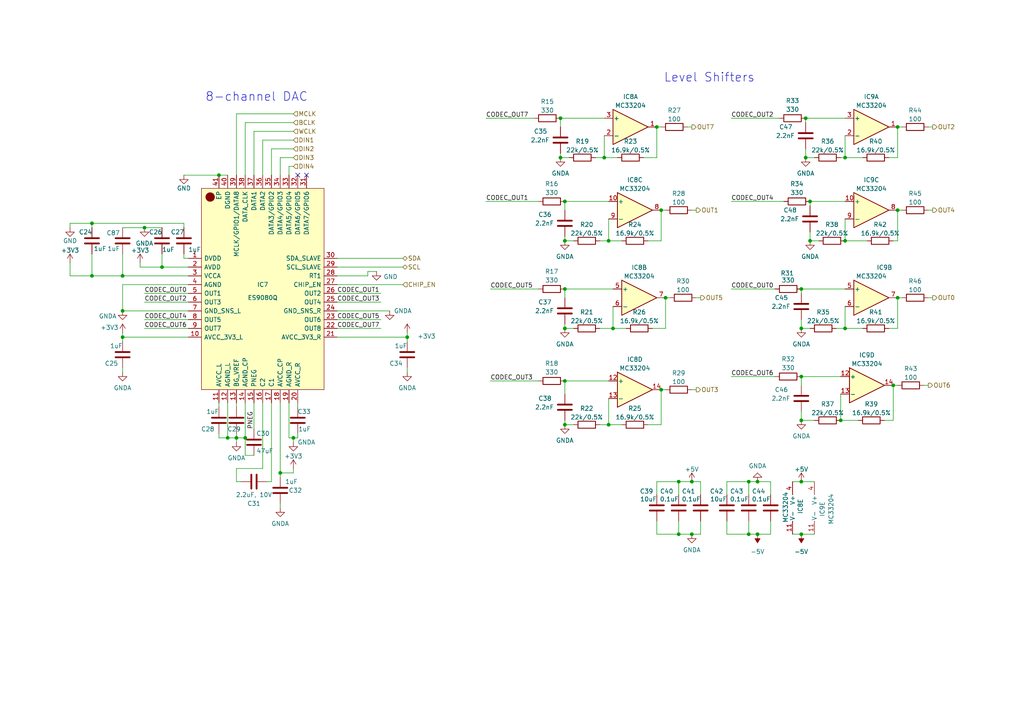
<source format=kicad_sch>
(kicad_sch (version 20250114) (generator "eeschema") (generator_version "9.0")
  (paper "A4")
  (lib_symbols
    (symbol "Amplifier_Operational:TL074" (pin_names (offset 0.127))
      (property "Reference" "U" (at 0 5.08 0))
      (property "Value" "TL074" (at 0 -5.08 0))
      (symbol "TL074_1_1"
        (polyline (pts (xy -5.08 5.08) (xy 5.08 0) (xy -5.08 -5.08) (xy -5.08 5.08)) (stroke (width 0.254)) (fill (type background)))
        (pin input line (at -7.62 2.54 0) (length 2.54) (name "+") (number "3"))
        (pin input line (at -7.62 -2.54 0) (length 2.54) (name "-") (number "2"))
        (pin output line (at 7.62 0 180) (length 2.54) (name "~") (number "1"))
      )
      (symbol "TL074_2_1"
        (polyline (pts (xy -5.08 5.08) (xy 5.08 0) (xy -5.08 -5.08) (xy -5.08 5.08)) (stroke (width 0.254)) (fill (type background)))
        (pin input line (at -7.62 2.54 0) (length 2.54) (name "+") (number "5"))
        (pin input line (at -7.62 -2.54 0) (length 2.54) (name "-") (number "6"))
        (pin output line (at 7.62 0 180) (length 2.54) (name "~") (number "7"))
      )
      (symbol "TL074_3_1"
        (polyline (pts (xy -5.08 5.08) (xy 5.08 0) (xy -5.08 -5.08) (xy -5.08 5.08)) (stroke (width 0.254)) (fill (type background)))
        (pin input line (at -7.62 2.54 0) (length 2.54) (name "+") (number "10"))
        (pin input line (at -7.62 -2.54 0) (length 2.54) (name "-") (number "9"))
        (pin output line (at 7.62 0 180) (length 2.54) (name "~") (number "8"))
      )
      (symbol "TL074_4_1"
        (polyline (pts (xy -5.08 5.08) (xy 5.08 0) (xy -5.08 -5.08) (xy -5.08 5.08)) (stroke (width 0.254)) (fill (type background)))
        (pin input line (at -7.62 2.54 0) (length 2.54) (name "+") (number "12"))
        (pin input line (at -7.62 -2.54 0) (length 2.54) (name "-") (number "13"))
        (pin output line (at 7.62 0 180) (length 2.54) (name "~") (number "14"))
      )
      (symbol "TL074_5_1"
        (pin power_in line (at -2.54 7.62 270) (length 3.81) (name "V+") (number "4"))
        (pin power_in line (at -2.54 -7.62 90) (length 3.81) (name "V-") (number "11"))
      )
    )
    (symbol "Bela:ES9080Q" (pin_names (offset 0.762))
      (property "Reference" "IC1" (at 1.2441 3.4333 0))
      (property "Value" "ES9080Q" (at 1.2441 0.6582 0))
      (symbol "ES9080Q_0_0"
        (pin power_out line (at -21.59 10.16 0) (length 3.81) (name "DVDD") (number "1"))
        (pin power_in line (at -21.59 7.62 0) (length 3.81) (name "AVDD") (number "2"))
        (pin power_in line (at -21.59 5.08 0) (length 3.81) (name "VCCA") (number "3"))
        (pin passive line (at -21.59 2.54 0) (length 3.81) (name "AGND") (number "4"))
        (pin output line (at -21.59 0 0) (length 3.81) (name "OUT1") (number "5"))
        (pin output line (at -21.59 -2.54 0) (length 3.81) (name "OUT3") (number "6"))
        (pin input line (at -21.59 -5.08 0) (length 3.81) (name "GND_SNS_L") (number "7"))
        (pin output line (at -21.59 -7.62 0) (length 3.81) (name "OUT5") (number "8"))
        (pin output line (at -21.59 -10.16 0) (length 3.81) (name "OUT7") (number "9"))
        (pin power_in line (at -21.59 -12.7 0) (length 3.81) (name "AVCC_3V3_L") (number "10"))
        (pin passive line (at -12.7 34.29 270) (length 3.81) (name "EP") (number "41"))
        (pin power_out line (at -12.7 -31.75 90) (length 3.81) (name "AVCC_L") (number "11"))
        (pin passive line (at -10.16 34.29 270) (length 3.81) (name "DGND") (number "40"))
        (pin passive line (at -10.16 -31.75 90) (length 3.81) (name "AGND_L") (number "12"))
        (pin bidirectional line (at -7.62 34.29 270) (length 3.81) (name "MCLK/GPIO1/DATA8") (number "39"))
        (pin output line (at -7.62 -31.75 90) (length 3.81) (name "BG_VREF") (number "13"))
        (pin input line (at -5.08 34.29 270) (length 3.81) (name "DATA_CLK") (number "38"))
        (pin passive line (at -5.08 -31.75 90) (length 3.81) (name "AGND_CP") (number "14"))
        (pin bidirectional line (at -2.54 34.29 270) (length 3.81) (name "DATA1") (number "37"))
        (pin power_out line (at -2.54 -31.75 90) (length 3.81) (name "PNEG") (number "15"))
        (pin bidirectional line (at 0 34.29 270) (length 3.81) (name "DATA2") (number "36"))
        (pin passive line (at 0 -31.75 90) (length 3.81) (name "C2") (number "16"))
        (pin bidirectional line (at 2.54 34.29 270) (length 3.81) (name "DATA3/GPIO2") (number "35"))
        (pin passive line (at 2.54 -31.75 90) (length 3.81) (name "C1") (number "17"))
        (pin bidirectional line (at 5.08 34.29 270) (length 3.81) (name "DATA4/GPIO3") (number "34"))
        (pin power_in line (at 5.08 -31.75 90) (length 3.81) (name "AVCC_CP") (number "18"))
        (pin bidirectional line (at 7.62 34.29 270) (length 3.81) (name "DATA5/GPIO4") (number "33"))
        (pin power_out line (at 7.62 -31.75 90) (length 3.81) (name "AGND_R") (number "19"))
        (pin bidirectional line (at 10.16 34.29 270) (length 3.81) (name "DATA6/GPIO5") (number "32"))
        (pin power_out line (at 10.16 -31.75 90) (length 3.81) (name "AVCC_R") (number "20"))
        (pin bidirectional line (at 12.7 34.29 270) (length 3.81) (name "DATA7/GPIO6") (number "31"))
        (pin bidirectional line (at 21.59 10.16 180) (length 3.81) (name "SDA_SLAVE") (number "30"))
        (pin bidirectional line (at 21.59 7.62 180) (length 3.81) (name "SCL_SLAVE") (number "29"))
        (pin power_out line (at 21.59 5.08 180) (length 3.81) (name "RT1") (number "28"))
        (pin bidirectional line (at 21.59 2.54 180) (length 3.81) (name "CHIP_EN") (number "27"))
        (pin output line (at 21.59 0 180) (length 3.81) (name "OUT2") (number "26"))
        (pin output line (at 21.59 -2.54 180) (length 3.81) (name "OUT4") (number "25"))
        (pin input line (at 21.59 -5.08 180) (length 3.81) (name "GND_SNS_R") (number "24"))
        (pin output line (at 21.59 -7.62 180) (length 3.81) (name "OUT6") (number "23"))
        (pin output line (at 21.59 -10.16 180) (length 3.81) (name "OUT8") (number "22"))
        (pin power_in line (at 21.59 -12.7 180) (length 3.81) (name "AVCC_3V3_R") (number "21"))
      )
      (symbol "ES9080Q_0_1"
        (circle (center -15.24 27.94) (radius 1.27) (fill (type outline)))
      )
      (symbol "ES9080Q_1_1"
        (polyline (pts (xy -17.78 30.48) (xy 17.78 30.48) (xy 17.78 -27.94) (xy -17.78 -27.94) (xy -17.78 30.48)) (stroke (width 0.1524)) (fill (type background)))
      )
    )
    (symbol "Device:C" (pin_numbers (hide yes)) (pin_names (offset 0.254))
      (property "Reference" "C" (at 0.635 2.54 0))
      (property "Value" "C" (at 0.635 -2.54 0))
      (symbol "C_0_1"
        (polyline (pts (xy -2.032 0.762) (xy 2.032 0.762)) (stroke (width 0.508)))
        (polyline (pts (xy -2.032 -0.762) (xy 2.032 -0.762)) (stroke (width 0.508)))
      )
      (symbol "C_1_1"
        (pin passive line (at 0 3.81 270) (length 2.794) (name "~") (number "1"))
        (pin passive line (at 0 -3.81 90) (length 2.794) (name "~") (number "2"))
      )
    )
    (symbol "Device:R" (pin_numbers (hide yes)) (pin_names (offset 0))
      (property "Reference" "R" (at 2.032 0 90))
      (property "Value" "R" (at 0 0 90))
      (symbol "R_0_1"
        (rectangle (start -1.016 -2.54) (end 1.016 2.54) (stroke (width 0.254)))
      )
      (symbol "R_1_1"
        (pin passive line (at 0 3.81 270) (length 1.27) (name "~") (number "1"))
        (pin passive line (at 0 -3.81 90) (length 1.27) (name "~") (number "2"))
      )
    )
    (symbol "power:+3V3" (power) (pin_names (offset 0))
      (property "Value" "+3V3" (at 0 3.556 0))
      (symbol "+3V3_0_1"
        (polyline (pts (xy -0.762 1.27) (xy 0 2.54)))
        (polyline (pts (xy 0 2.54) (xy 0.762 1.27)))
        (polyline (pts (xy 0 0) (xy 0 2.54)))
      )
      (symbol "+3V3_1_1"
        (pin power_in line (at 0 0 90) (length 0) (hide yes) (name "+3V3") (number "1"))
      )
    )
    (symbol "power:+5V" (power) (pin_names (offset 0))
      (property "Value" "+5V" (at 0 3.556 0))
      (symbol "+5V_0_1"
        (polyline (pts (xy -0.762 1.27) (xy 0 2.54)))
        (polyline (pts (xy 0 2.54) (xy 0.762 1.27)))
        (polyline (pts (xy 0 0) (xy 0 2.54)))
      )
      (symbol "+5V_1_1"
        (pin power_in line (at 0 0 90) (length 0) (hide yes) (name "+5V") (number "1"))
      )
    )
    (symbol "power:-5V" (power) (pin_numbers (hide yes)) (pin_names (offset 0) (hide yes))
      (property "Value" "-5V" (at 0 3.556 0))
      (symbol "-5V_0_0"
        (pin power_in line (at 0 0 90) (length 0) (name "~") (number "1"))
      )
      (symbol "-5V_0_1"
        (polyline (pts (xy 0 0) (xy 0 1.27) (xy 0.762 1.27) (xy 0 2.54) (xy -0.762 1.27) (xy 0 1.27)) (fill (type outline)))
      )
    )
    (symbol "power:GND" (power) (pin_names (offset 0))
      (property "Value" "GND" (at 0 -3.81 0))
      (symbol "GND_0_1"
        (polyline (pts (xy 0 0) (xy 0 -1.27) (xy 1.27 -1.27) (xy 0 -2.54) (xy -1.27 -1.27) (xy 0 -1.27)))
      )
      (symbol "GND_1_1"
        (pin power_in line (at 0 0 270) (length 0) (hide yes) (name "GND") (number "1"))
      )
    )
    (symbol "power:GNDA" (power) (pin_names (offset 0))
      (property "Value" "GNDA" (at 0 -3.81 0))
      (symbol "GNDA_0_1"
        (polyline (pts (xy 0 0) (xy 0 -1.27) (xy 1.27 -1.27) (xy 0 -2.54) (xy -1.27 -1.27) (xy 0 -1.27)))
      )
      (symbol "GNDA_1_1"
        (pin power_in line (at 0 0 270) (length 0) (hide yes) (name "GNDA") (number "1"))
      )
    )
  )
  (text "Level Shifters" (at 205.74 22.606 0) (effects (font (size 2.54 2.54))))
  (text "8-channel DAC" (at 74.422 28.194 0) (effects (font (size 2.54 2.54))))
  (junction (at 163.83 69.85))
  (junction (at 118.11 97.79))
  (junction (at 175.26 45.72))
  (junction (at 163.83 58.42))
  (junction (at 232.41 83.82))
  (junction (at 190.5 36.83))
  (junction (at 245.11 69.85))
  (junction (at 196.85 139.7))
  (junction (at 26.67 64.77))
  (junction (at 176.53 123.19))
  (junction (at 63.5 50.8))
  (junction (at 163.83 95.25))
  (junction (at 35.56 80.01))
  (junction (at 177.8 95.25))
  (junction (at 217.17 154.94))
  (junction (at 176.53 69.85))
  (junction (at 68.58 127))
  (junction (at 232.41 139.7))
  (junction (at 81.28 137.16))
  (junction (at 260.35 36.83))
  (junction (at 196.85 154.94))
  (junction (at 193.04 86.36))
  (junction (at 232.41 95.25))
  (junction (at 200.66 154.94))
  (junction (at 234.95 58.42))
  (junction (at 163.83 83.82))
  (junction (at 245.11 95.25))
  (junction (at 219.71 154.94))
  (junction (at 232.41 154.94))
  (junction (at 35.56 97.79))
  (junction (at 219.71 139.7))
  (junction (at 232.41 121.92))
  (junction (at 163.83 123.19))
  (junction (at 41.91 66.04))
  (junction (at 26.67 80.01))
  (junction (at 191.77 113.03))
  (junction (at 46.99 77.47))
  (junction (at 259.08 111.76))
  (junction (at 191.77 60.96))
  (junction (at 217.17 139.7))
  (junction (at 163.83 110.49))
  (junction (at 233.68 34.29))
  (junction (at 71.12 127))
  (junction (at 245.11 45.72))
  (junction (at 260.35 86.36))
  (junction (at 233.68 45.72))
  (junction (at 162.56 45.72))
  (junction (at 260.35 60.96))
  (junction (at 200.66 139.7))
  (junction (at 232.41 109.22))
  (junction (at 66.04 127))
  (junction (at 162.56 34.29))
  (junction (at 35.56 90.17))
  (junction (at 243.84 121.92))
  (junction (at 234.95 69.85))
  (junction (at 85.09 127))
  (no_connect (at 88.9 50.8))
  (no_connect (at 86.36 50.8))
  (wire (pts (xy 245.11 69.85) (xy 251.46 69.85)))
  (wire (pts (xy 212.09 58.42) (xy 227.33 58.42)))
  (wire (pts (xy 229.87 139.7) (xy 232.41 139.7)))
  (wire (pts (xy 260.35 36.83) (xy 261.62 36.83)))
  (wire (pts (xy 200.66 139.7) (xy 196.85 139.7)))
  (wire (pts (xy 243.84 114.3) (xy 243.84 121.92)))
  (wire (pts (xy 191.77 123.19) (xy 191.77 113.03)))
  (wire (pts (xy 85.09 38.1) (xy 73.66 38.1)))
  (wire (pts (xy 76.2 116.84) (xy 76.2 135.89)))
  (wire (pts (xy 35.56 96.52) (xy 35.56 97.79)))
  (wire (pts (xy 68.58 127) (xy 68.58 125.73)))
  (wire (pts (xy 186.69 45.72) (xy 190.5 45.72)))
  (wire (pts (xy 245.11 88.9) (xy 245.11 95.25)))
  (wire (pts (xy 66.04 116.84) (xy 66.04 127)))
  (wire (pts (xy 20.32 76.2) (xy 20.32 80.01)))
  (wire (pts (xy 173.99 123.19) (xy 176.53 123.19)))
  (wire (pts (xy 201.93 60.96) (xy 200.66 60.96)))
  (wire (pts (xy 163.83 58.42) (xy 176.53 58.42)))
  (wire (pts (xy 162.56 34.29) (xy 162.56 36.83)))
  (wire (pts (xy 53.34 50.8) (xy 63.5 50.8)))
  (wire (pts (xy 78.74 116.84) (xy 78.74 139.7)))
  (wire (pts (xy 259.08 69.85) (xy 260.35 69.85)))
  (wire (pts (xy 175.26 39.37) (xy 175.26 45.72)))
  (wire (pts (xy 86.36 127) (xy 86.36 125.73)))
  (wire (pts (xy 71.12 35.56) (xy 71.12 50.8)))
  (wire (pts (xy 46.99 73.66) (xy 46.99 77.47)))
  (wire (pts (xy 257.81 45.72) (xy 260.35 45.72)))
  (wire (pts (xy 71.12 132.08) (xy 73.66 132.08)))
  (wire (pts (xy 78.74 43.18) (xy 78.74 50.8)))
  (wire (pts (xy 97.79 77.47) (xy 116.84 77.47)))
  (wire (pts (xy 210.82 154.94) (xy 210.82 151.13)))
  (wire (pts (xy 232.41 109.22) (xy 232.41 111.76)))
  (wire (pts (xy 35.56 73.66) (xy 35.56 80.01)))
  (wire (pts (xy 176.53 115.57) (xy 176.53 123.19)))
  (wire (pts (xy 26.67 64.77) (xy 53.34 64.77)))
  (wire (pts (xy 232.41 121.92) (xy 236.22 121.92)))
  (wire (pts (xy 270.51 60.96) (xy 269.24 60.96)))
  (wire (pts (xy 234.95 67.31) (xy 234.95 69.85)))
  (wire (pts (xy 256.54 121.92) (xy 259.08 121.92)))
  (wire (pts (xy 175.26 45.72) (xy 179.07 45.72)))
  (wire (pts (xy 85.09 43.18) (xy 78.74 43.18)))
  (wire (pts (xy 163.83 58.42) (xy 163.83 60.96)))
  (wire (pts (xy 40.64 76.2) (xy 40.64 77.47)))
  (wire (pts (xy 203.2 154.94) (xy 200.66 154.94)))
  (wire (pts (xy 85.09 48.26) (xy 83.82 48.26)))
  (wire (pts (xy 210.82 143.51) (xy 210.82 139.7)))
  (wire (pts (xy 191.77 113.03) (xy 193.04 113.03)))
  (wire (pts (xy 212.09 109.22) (xy 224.79 109.22)))
  (wire (pts (xy 232.41 154.94) (xy 236.22 154.94)))
  (wire (pts (xy 40.64 77.47) (xy 46.99 77.47)))
  (wire (pts (xy 85.09 35.56) (xy 71.12 35.56)))
  (wire (pts (xy 242.57 95.25) (xy 245.11 95.25)))
  (wire (pts (xy 53.34 73.66) (xy 53.34 74.93)))
  (wire (pts (xy 97.79 95.25) (xy 110.49 95.25)))
  (wire (pts (xy 201.93 113.03) (xy 200.66 113.03)))
  (wire (pts (xy 76.2 135.89) (xy 68.58 135.89)))
  (wire (pts (xy 232.41 139.7) (xy 236.22 139.7)))
  (wire (pts (xy 68.58 33.02) (xy 85.09 33.02)))
  (wire (pts (xy 234.95 58.42) (xy 234.95 59.69)))
  (wire (pts (xy 234.95 69.85) (xy 237.49 69.85)))
  (wire (pts (xy 259.08 121.92) (xy 259.08 111.76)))
  (wire (pts (xy 85.09 135.89) (xy 85.09 137.16)))
  (wire (pts (xy 163.83 83.82) (xy 177.8 83.82)))
  (wire (pts (xy 68.58 128.27) (xy 68.58 127)))
  (wire (pts (xy 142.24 83.82) (xy 156.21 83.82)))
  (wire (pts (xy 63.5 50.8) (xy 66.04 50.8)))
  (wire (pts (xy 35.56 90.17) (xy 54.61 90.17)))
  (wire (pts (xy 260.35 95.25) (xy 260.35 86.36)))
  (wire (pts (xy 97.79 90.17) (xy 113.03 90.17)))
  (wire (pts (xy 41.91 66.04) (xy 46.99 66.04)))
  (wire (pts (xy 176.53 69.85) (xy 180.34 69.85)))
  (wire (pts (xy 81.28 116.84) (xy 81.28 137.16)))
  (wire (pts (xy 193.04 86.36) (xy 194.31 86.36)))
  (wire (pts (xy 176.53 63.5) (xy 176.53 69.85)))
  (wire (pts (xy 245.11 63.5) (xy 245.11 69.85)))
  (wire (pts (xy 163.83 123.19) (xy 166.37 123.19)))
  (wire (pts (xy 232.41 92.71) (xy 232.41 95.25)))
  (wire (pts (xy 85.09 128.27) (xy 85.09 127)))
  (wire (pts (xy 63.5 118.11) (xy 63.5 116.84)))
  (wire (pts (xy 86.36 118.11) (xy 86.36 116.84)))
  (wire (pts (xy 20.32 80.01) (xy 26.67 80.01)))
  (wire (pts (xy 217.17 154.94) (xy 219.71 154.94)))
  (wire (pts (xy 232.41 119.38) (xy 232.41 121.92)))
  (wire (pts (xy 68.58 139.7) (xy 69.85 139.7)))
  (wire (pts (xy 35.56 82.55) (xy 54.61 82.55)))
  (wire (pts (xy 210.82 139.7) (xy 217.17 139.7)))
  (wire (pts (xy 97.79 82.55) (xy 116.84 82.55)))
  (wire (pts (xy 245.11 45.72) (xy 250.19 45.72)))
  (wire (pts (xy 140.97 58.42) (xy 156.21 58.42)))
  (wire (pts (xy 35.56 80.01) (xy 54.61 80.01)))
  (wire (pts (xy 190.5 154.94) (xy 190.5 151.13)))
  (wire (pts (xy 177.8 88.9) (xy 177.8 95.25)))
  (wire (pts (xy 163.83 83.82) (xy 163.83 86.36)))
  (wire (pts (xy 163.83 110.49) (xy 176.53 110.49)))
  (wire (pts (xy 85.09 45.72) (xy 81.28 45.72)))
  (wire (pts (xy 210.82 154.94) (xy 217.17 154.94)))
  (wire (pts (xy 217.17 139.7) (xy 217.17 143.51)))
  (wire (pts (xy 163.83 93.98) (xy 163.83 95.25)))
  (wire (pts (xy 41.91 92.71) (xy 54.61 92.71)))
  (wire (pts (xy 173.99 95.25) (xy 177.8 95.25)))
  (wire (pts (xy 53.34 74.93) (xy 54.61 74.93)))
  (wire (pts (xy 232.41 83.82) (xy 245.11 83.82)))
  (wire (pts (xy 196.85 139.7) (xy 196.85 143.51)))
  (wire (pts (xy 234.95 58.42) (xy 245.11 58.42)))
  (wire (pts (xy 20.32 64.77) (xy 26.67 64.77)))
  (wire (pts (xy 71.12 127) (xy 71.12 132.08)))
  (wire (pts (xy 229.87 154.94) (xy 232.41 154.94)))
  (wire (pts (xy 118.11 106.68) (xy 118.11 107.95)))
  (wire (pts (xy 41.91 95.25) (xy 54.61 95.25)))
  (wire (pts (xy 245.11 39.37) (xy 245.11 45.72)))
  (wire (pts (xy 173.99 69.85) (xy 176.53 69.85)))
  (wire (pts (xy 233.68 43.18) (xy 233.68 45.72)))
  (wire (pts (xy 200.66 154.94) (xy 196.85 154.94)))
  (wire (pts (xy 233.68 45.72) (xy 236.22 45.72)))
  (wire (pts (xy 97.79 87.63) (xy 110.49 87.63)))
  (wire (pts (xy 63.5 127) (xy 63.5 125.73)))
  (wire (pts (xy 176.53 123.19) (xy 180.34 123.19)))
  (wire (pts (xy 106.68 80.01) (xy 106.68 78.74)))
  (wire (pts (xy 257.81 95.25) (xy 260.35 95.25)))
  (wire (pts (xy 73.66 116.84) (xy 73.66 124.46)))
  (wire (pts (xy 81.28 137.16) (xy 81.28 138.43)))
  (wire (pts (xy 106.68 78.74) (xy 109.22 78.74)))
  (wire (pts (xy 46.99 77.47) (xy 54.61 77.47)))
  (wire (pts (xy 260.35 45.72) (xy 260.35 36.83)))
  (wire (pts (xy 83.82 127) (xy 85.09 127)))
  (wire (pts (xy 189.23 95.25) (xy 193.04 95.25)))
  (wire (pts (xy 177.8 95.25) (xy 181.61 95.25)))
  (wire (pts (xy 118.11 97.79) (xy 118.11 99.06)))
  (wire (pts (xy 66.04 127) (xy 63.5 127)))
  (wire (pts (xy 81.28 45.72) (xy 81.28 50.8)))
  (wire (pts (xy 269.24 111.76) (xy 267.97 111.76)))
  (wire (pts (xy 190.5 36.83) (xy 191.77 36.83)))
  (wire (pts (xy 35.56 99.06) (xy 35.56 97.79)))
  (wire (pts (xy 203.2 86.36) (xy 201.93 86.36)))
  (wire (pts (xy 203.2 154.94) (xy 203.2 151.13)))
  (wire (pts (xy 162.56 34.29) (xy 175.26 34.29)))
  (wire (pts (xy 20.32 66.04) (xy 20.32 64.77)))
  (wire (pts (xy 219.71 154.94) (xy 223.52 154.94)))
  (wire (pts (xy 26.67 73.66) (xy 26.67 80.01)))
  (wire (pts (xy 232.41 83.82) (xy 232.41 85.09)))
  (wire (pts (xy 35.56 82.55) (xy 35.56 90.17)))
  (wire (pts (xy 81.28 147.32) (xy 81.28 146.05)))
  (wire (pts (xy 162.56 45.72) (xy 165.1 45.72)))
  (wire (pts (xy 68.58 135.89) (xy 68.58 139.7)))
  (wire (pts (xy 41.91 87.63) (xy 54.61 87.63)))
  (wire (pts (xy 243.84 45.72) (xy 245.11 45.72)))
  (wire (pts (xy 259.08 111.76) (xy 260.35 111.76)))
  (wire (pts (xy 73.66 38.1) (xy 73.66 50.8)))
  (wire (pts (xy 26.67 64.77) (xy 26.67 66.04)))
  (wire (pts (xy 142.24 110.49) (xy 156.21 110.49)))
  (wire (pts (xy 68.58 127) (xy 71.12 127)))
  (wire (pts (xy 191.77 60.96) (xy 193.04 60.96)))
  (wire (pts (xy 85.09 40.64) (xy 76.2 40.64)))
  (wire (pts (xy 243.84 121.92) (xy 248.92 121.92)))
  (wire (pts (xy 35.56 66.04) (xy 41.91 66.04)))
  (wire (pts (xy 260.35 86.36) (xy 261.62 86.36)))
  (wire (pts (xy 212.09 83.82) (xy 224.79 83.82)))
  (wire (pts (xy 66.04 127) (xy 68.58 127)))
  (wire (pts (xy 193.04 95.25) (xy 193.04 86.36)))
  (wire (pts (xy 97.79 74.93) (xy 116.84 74.93)))
  (wire (pts (xy 97.79 85.09) (xy 110.49 85.09)))
  (wire (pts (xy 233.68 34.29) (xy 245.11 34.29)))
  (wire (pts (xy 35.56 106.68) (xy 35.56 107.95)))
  (wire (pts (xy 97.79 92.71) (xy 110.49 92.71)))
  (wire (pts (xy 140.97 34.29) (xy 154.94 34.29)))
  (wire (pts (xy 223.52 139.7) (xy 223.52 143.51)))
  (wire (pts (xy 83.82 116.84) (xy 83.82 127)))
  (wire (pts (xy 190.5 139.7) (xy 196.85 139.7)))
  (wire (pts (xy 270.51 86.36) (xy 269.24 86.36)))
  (wire (pts (xy 187.96 123.19) (xy 191.77 123.19)))
  (wire (pts (xy 53.34 64.77) (xy 53.34 66.04)))
  (wire (pts (xy 76.2 40.64) (xy 76.2 50.8)))
  (wire (pts (xy 97.79 80.01) (xy 106.68 80.01)))
  (wire (pts (xy 35.56 97.79) (xy 54.61 97.79)))
  (wire (pts (xy 196.85 154.94) (xy 196.85 151.13)))
  (wire (pts (xy 163.83 69.85) (xy 166.37 69.85)))
  (wire (pts (xy 245.11 95.25) (xy 250.19 95.25)))
  (wire (pts (xy 190.5 45.72) (xy 190.5 36.83)))
  (wire (pts (xy 163.83 121.92) (xy 163.83 123.19)))
  (wire (pts (xy 203.2 139.7) (xy 200.66 139.7)))
  (wire (pts (xy 190.5 154.94) (xy 196.85 154.94)))
  (wire (pts (xy 223.52 154.94) (xy 223.52 151.13)))
  (wire (pts (xy 163.83 95.25) (xy 166.37 95.25)))
  (wire (pts (xy 217.17 139.7) (xy 219.71 139.7)))
  (wire (pts (xy 71.12 116.84) (xy 71.12 127)))
  (wire (pts (xy 163.83 110.49) (xy 163.83 114.3)))
  (wire (pts (xy 233.68 34.29) (xy 233.68 35.56)))
  (wire (pts (xy 118.11 97.79) (xy 97.79 97.79)))
  (wire (pts (xy 83.82 48.26) (xy 83.82 50.8)))
  (wire (pts (xy 187.96 69.85) (xy 191.77 69.85)))
  (wire (pts (xy 212.09 34.29) (xy 226.06 34.29)))
  (wire (pts (xy 232.41 95.25) (xy 234.95 95.25)))
  (wire (pts (xy 191.77 69.85) (xy 191.77 60.96)))
  (wire (pts (xy 26.67 80.01) (xy 35.56 80.01)))
  (wire (pts (xy 199.39 36.83) (xy 200.66 36.83)))
  (wire (pts (xy 81.28 137.16) (xy 85.09 137.16)))
  (wire (pts (xy 41.91 85.09) (xy 54.61 85.09)))
  (wire (pts (xy 162.56 44.45) (xy 162.56 45.72)))
  (wire (pts (xy 172.72 45.72) (xy 175.26 45.72)))
  (wire (pts (xy 260.35 60.96) (xy 261.62 60.96)))
  (wire (pts (xy 68.58 118.11) (xy 68.58 116.84)))
  (wire (pts (xy 219.71 139.7) (xy 223.52 139.7)))
  (wire (pts (xy 217.17 154.94) (xy 217.17 151.13)))
  (wire (pts (xy 68.58 33.02) (xy 68.58 50.8)))
  (wire (pts (xy 85.09 127) (xy 86.36 127)))
  (wire (pts (xy 270.51 36.83) (xy 269.24 36.83)))
  (wire (pts (xy 260.35 69.85) (xy 260.35 60.96)))
  (wire (pts (xy 190.5 143.51) (xy 190.5 139.7)))
  (wire (pts (xy 78.74 139.7) (xy 77.47 139.7)))
  (wire (pts (xy 232.41 109.22) (xy 243.84 109.22)))
  (wire (pts (xy 118.11 96.52) (xy 118.11 97.79)))
  (wire (pts (xy 163.83 68.58) (xy 163.83 69.85)))
  (wire (pts (xy 203.2 139.7) (xy 203.2 143.51)))
  (label "PNEG" (at 73.66 124.46 90))
  (label "CODEC_OUT0" (at 212.09 83.82 0))
  (label "CODEC_OUT4" (at 41.91 92.71 0))
  (label "CODEC_OUT6" (at 212.09 109.22 0))
  (label "CODEC_OUT1" (at 97.79 85.09 0))
  (label "CODEC_OUT1" (at 140.97 58.42 0))
  (label "CODEC_OUT0" (at 41.91 85.09 0))
  (label "CODEC_OUT7" (at 140.97 34.29 0))
  (label "CODEC_OUT7" (at 97.79 95.25 0))
  (label "CODEC_OUT2" (at 41.91 87.63 0))
  (label "CODEC_OUT6" (at 41.91 95.25 0))
  (label "CODEC_OUT5" (at 142.24 83.82 0))
  (label "CODEC_OUT2" (at 212.09 34.29 0))
  (label "CODEC_OUT3" (at 142.24 110.49 0))
  (label "CODEC_OUT4" (at 212.09 58.42 0))
  (label "CODEC_OUT3" (at 97.79 87.63 0))
  (label "CODEC_OUT5" (at 97.79 92.71 0))
  (hierarchical_label "MCLK" (shape input) (at 85.09 33.02 0))
  (hierarchical_label "OUT0" (shape output) (at 270.51 86.36 0))
  (hierarchical_label "DIN1" (shape input) (at 85.09 40.64 0))
  (hierarchical_label "CHIP_EN" (shape input) (at 116.84 82.55 0))
  (hierarchical_label "OUT4" (shape output) (at 270.51 60.96 0))
  (hierarchical_label "OUT7" (shape output) (at 200.66 36.83 0))
  (hierarchical_label "SCL" (shape bidirectional) (at 116.84 77.47 0))
  (hierarchical_label "OUT2" (shape output) (at 270.51 36.83 0))
  (hierarchical_label "DIN3" (shape input) (at 85.09 45.72 0))
  (hierarchical_label "OUT5" (shape output) (at 203.2 86.36 0))
  (hierarchical_label "OUT3" (shape output) (at 201.93 113.03 0))
  (hierarchical_label "OUT6" (shape output) (at 269.24 111.76 0))
  (hierarchical_label "DIN4" (shape input) (at 85.09 48.26 0))
  (hierarchical_label "OUT1" (shape output) (at 201.93 60.96 0))
  (hierarchical_label "DIN2" (shape input) (at 85.09 43.18 0))
  (hierarchical_label "BCLK" (shape input) (at 85.09 35.56 0))
  (hierarchical_label "SDA" (shape bidirectional) (at 116.84 74.93 0))
  (hierarchical_label "WCLK" (shape input) (at 85.09 38.1 0))
  (symbol (lib_id "Device:C") (at 53.34 69.85 0) (unit 1)
    (property "Reference" "C27" (at 49.53 67.31 0) (effects (justify left)))
    (property "Value" "1uF" (at 54.61 72.39 0) (effects (justify left)))
    (property "Footprint" "Capacitor_SMD:C_0402_1005Metric" (effects (hide yes)))
    (property "manf#" "CL10A105KP8NNND" (effects (hide yes)))
  )
  (symbol (lib_id "Device:C") (at 46.99 69.85 0) (unit 1)
    (property "Reference" "C26" (at 43.18 67.31 0) (effects (justify left)))
    (property "Value" "1uF" (at 46.99 72.39 0) (effects (justify left)))
    (property "Footprint" "Capacitor_SMD:C_0402_1005Metric" (effects (hide yes)))
    (property "manf#" "CL10A105KP8NNND" (effects (hide yes)))
  )
  (symbol (lib_id "Device:R") (at 265.43 36.83 90) (unit 1)
    (property "Reference" "R44" (at 265.43 32.004 90))
    (property "Value" "100" (at 265.43 34.544 90))
    (property "Footprint" "Resistor_SMD:R_0402_1005Metric" (effects (hide yes)))
  )
  (symbol (lib_id "power:-5V") (at 219.71 154.94 180) (unit 1)
    (property "Reference" "#PWR0127" (effects (hide yes)))
    (property "Value" "-5V" (at 219.71 160.02 0))
    (property "Description" "Power symbol creates a global label with name \"-5V\"" (effects (hide yes)))
  )
  (symbol (lib_id "Amplifier_Operational:TL074") (at 184.15 113.03 0) (unit 4)
    (property "Reference" "IC8" (at 184.15 104.2502 0))
    (property "Value" "MC33204" (at 184.15 106.7871 0))
    (property "Footprint" "Package_SO:TSSOP-14_4.4x5mm_P0.65mm" (effects (hide yes)))
    (property "Datasheet" "http://www.ti.com/lit/ds/symlink/tl071.pdf" (effects (hide yes)))
  )
  (symbol (lib_id "Device:C") (at 210.82 147.32 180) (unit 1)
    (property "Reference" "C42" (at 209.804 142.494 0) (effects (justify left)))
    (property "Value" "10uF" (at 210.82 144.78 0) (effects (justify left)))
    (property "Footprint" "Capacitor_SMD:C_0603_1608Metric" (effects (hide yes)))
    (property "manf#" "CL10A105KP8NNND" (effects (hide yes)))
  )
  (symbol (lib_id "Device:R") (at 170.18 95.25 90) (unit 1)
    (property "Reference" "R21" (at 170.18 90.5342 90))
    (property "Value" "22k/0.5%" (at 170.18 93.0711 90))
    (property "Footprint" "Resistor_SMD:R_0402_1005Metric" (effects (hide yes)))
  )
  (symbol (lib_id "Device:C") (at 162.56 40.64 180) (unit 1)
    (property "Reference" "C35" (at 158.75 38.1 0) (effects (justify left)))
    (property "Value" "2.2nF" (at 159.385 40.64 0) (effects (justify left)))
    (property "Footprint" "Capacitor_SMD:C_0402_1005Metric" (effects (hide yes)))
    (property "manf#" "CL10A105KP8NNND" (effects (hide yes)))
  )
  (symbol (lib_id "power:GNDA") (at 219.71 139.7 180) (unit 1)
    (property "Reference" "#PWR0126" (effects (hide yes)))
    (property "Value" "GNDA" (at 219.71 135.1375 0))
  )
  (symbol (lib_id "Device:C") (at 232.41 88.9 180) (unit 1)
    (property "Reference" "C45" (at 228.6 86.36 0) (effects (justify left)))
    (property "Value" "2.2nF" (at 229.235 88.9 0) (effects (justify left)))
    (property "Footprint" "Capacitor_SMD:C_0402_1005Metric" (effects (hide yes)))
    (property "manf#" "CL10A105KP8NNND" (effects (hide yes)))
  )
  (symbol (lib_id "Device:C") (at 203.2 147.32 180) (unit 1)
    (property "Reference" "C41" (at 201.676 142.494 0) (effects (justify left)))
    (property "Value" "0.1uF" (at 203.2 144.78 0) (effects (justify left)))
    (property "Footprint" "Capacitor_SMD:C_0402_1005Metric" (effects (hide yes)))
    (property "manf#" "CL10A105KP8NNND" (effects (hide yes)))
  )
  (symbol (lib_id "power:GNDA") (at 41.91 66.04 0) (unit 1)
    (property "Reference" "#PWR0110" (effects (hide yes)))
    (property "Value" "GNDA" (at 41.91 70.6025 0))
  )
  (symbol (lib_id "Device:C") (at 35.56 69.85 180) (unit 1)
    (property "Reference" "C87" (at 34.798 67.564 0) (effects (justify left)))
    (property "Value" "1uF" (at 34.798 72.136 0) (effects (justify left)))
    (property "Footprint" "Capacitor_SMD:C_0402_1005Metric" (effects (hide yes)))
    (property "manf#" "CL10A105KP8NNND" (effects (hide yes)))
  )
  (symbol (lib_id "Device:R") (at 229.87 34.29 90) (unit 1)
    (property "Reference" "R33" (at 229.87 29.21 90))
    (property "Value" "330" (at 229.87 31.75 90))
    (property "Footprint" "Resistor_SMD:R_0402_1005Metric" (effects (hide yes)))
  )
  (symbol (lib_id "Device:R") (at 184.15 123.19 90) (unit 1)
    (property "Reference" "R25" (at 184.15 118.4742 90))
    (property "Value" "16.9k/0.5%" (at 184.15 121.0111 90))
    (property "Footprint" "Resistor_SMD:R_0402_1005Metric" (effects (hide yes)))
  )
  (symbol (lib_id "power:GND") (at 53.34 50.8 0) (mirror y) (unit 1)
    (property "Reference" "#PWR0111" (effects (hide yes)))
    (property "Value" "GND" (at 53.34 54.61 0))
  )
  (symbol (lib_id "Device:R") (at 196.85 60.96 90) (unit 1)
    (property "Reference" "R28" (at 196.85 56.134 90))
    (property "Value" "100" (at 196.85 58.674 90))
    (property "Footprint" "Resistor_SMD:R_0402_1005Metric" (effects (hide yes)))
  )
  (symbol (lib_id "Device:R") (at 196.85 113.03 90) (unit 1)
    (property "Reference" "R29" (at 196.85 108.204 90))
    (property "Value" "100" (at 196.85 110.744 90))
    (property "Footprint" "Resistor_SMD:R_0402_1005Metric" (effects (hide yes)))
  )
  (symbol (lib_id "Amplifier_Operational:TL074") (at 252.73 36.83 0) (unit 1)
    (property "Reference" "IC9" (at 252.73 28.0502 0))
    (property "Value" "MC33204" (at 252.73 30.5871 0))
    (property "Footprint" "Package_SO:TSSOP-14_4.4x5mm_P0.65mm" (effects (hide yes)))
    (property "Datasheet" "http://www.ti.com/lit/ds/symlink/tl071.pdf" (effects (hide yes)))
  )
  (symbol (lib_id "Device:C") (at 68.58 121.92 180) (unit 1)
    (property "Reference" "C29" (at 69.85 124.46 0) (effects (justify left)))
    (property "Value" "4.7uF" (effects (hide yes)))
    (property "Footprint" "Capacitor_SMD:C_0603_1608Metric" (effects (hide yes)))
    (property "manf#" "CL10A475KQ8NNNL" (effects (hide yes)))
  )
  (symbol (lib_id "Device:C") (at 196.85 147.32 180) (unit 1)
    (property "Reference" "C40" (at 195.326 142.494 0) (effects (justify left)))
    (property "Value" "0.1uF" (at 196.85 144.78 0) (effects (justify left)))
    (property "Footprint" "Capacitor_SMD:C_0402_1005Metric" (effects (hide yes)))
    (property "manf#" "CL10A105KP8NNND" (effects (hide yes)))
  )
  (symbol (lib_id "Device:R") (at 228.6 83.82 90) (unit 1)
    (property "Reference" "R31" (at 228.346 79.248 90))
    (property "Value" "330" (at 228.6 81.28 90))
    (property "Footprint" "Resistor_SMD:R_0402_1005Metric" (effects (hide yes)))
  )
  (symbol (lib_id "Amplifier_Operational:TL074") (at 251.46 111.76 0) (unit 4)
    (property "Reference" "IC9" (at 251.46 102.9802 0))
    (property "Value" "MC33204" (at 251.46 105.5171 0))
    (property "Footprint" "Package_SO:TSSOP-14_4.4x5mm_P0.65mm" (effects (hide yes)))
    (property "Datasheet" "http://www.ti.com/lit/ds/symlink/tl071.pdf" (effects (hide yes)))
  )
  (symbol (lib_id "Device:R") (at 231.14 58.42 90) (unit 1)
    (property "Reference" "R34" (at 231.14 53.34 90))
    (property "Value" "330" (at 231.14 55.88 90))
    (property "Footprint" "Resistor_SMD:R_0402_1005Metric" (effects (hide yes)))
  )
  (symbol (lib_id "Device:R") (at 168.91 45.72 90) (unit 1)
    (property "Reference" "R19" (at 168.91 41.0042 90))
    (property "Value" "22k/0.5%" (at 168.91 43.5411 90))
    (property "Footprint" "Resistor_SMD:R_0402_1005Metric" (effects (hide yes)))
  )
  (symbol (lib_id "Amplifier_Operational:TL074") (at 238.76 147.32 0) (unit 5)
    (property "Reference" "IC9" (at 238.506 149.86 90) (effects (justify left)))
    (property "Value" "MC33204" (at 241.046 152.146 90) (effects (justify left)))
    (property "Footprint" "Package_SO:TSSOP-14_4.4x5mm_P0.65mm" (effects (hide yes)))
    (property "Datasheet" "http://www.ti.com/lit/ds/symlink/tl071.pdf" (effects (hide yes)))
  )
  (symbol (lib_id "Device:R") (at 228.6 109.22 90) (unit 1)
    (property "Reference" "R32" (at 228.6 104.14 90))
    (property "Value" "330" (at 228.6 106.68 90))
    (property "Footprint" "Resistor_SMD:R_0402_1005Metric" (effects (hide yes)))
  )
  (symbol (lib_id "power:GND") (at 20.32 66.04 0) (mirror y) (unit 1)
    (property "Reference" "#PWR0104" (effects (hide yes)))
    (property "Value" "GND" (at 20.32 69.85 0))
  )
  (symbol (lib_id "Device:R") (at 160.02 58.42 90) (unit 1)
    (property "Reference" "R16" (at 160.02 53.34 90))
    (property "Value" "330" (at 160.02 55.88 90))
    (property "Footprint" "Resistor_SMD:R_0402_1005Metric" (effects (hide yes)))
  )
  (symbol (lib_id "power:+3V3") (at 40.64 76.2 0) (unit 1)
    (property "Reference" "#PWR0109" (effects (hide yes)))
    (property "Value" "+3V3" (at 40.64 72.6242 0))
  )
  (symbol (lib_id "Device:C") (at 190.5 147.32 180) (unit 1)
    (property "Reference" "C39" (at 189.484 142.494 0) (effects (justify left)))
    (property "Value" "10uF" (at 190.5 144.78 0) (effects (justify left)))
    (property "Footprint" "Capacitor_SMD:C_0603_1608Metric" (effects (hide yes)))
    (property "manf#" "CL10A105KP8NNND" (effects (hide yes)))
  )
  (symbol (lib_id "power:GNDA") (at 163.83 123.19 0) (unit 1)
    (property "Reference" "#PWR0123" (effects (hide yes)))
    (property "Value" "GNDA" (at 163.83 127.7525 0))
  )
  (symbol (lib_id "power:GNDA") (at 233.68 45.72 0) (unit 1)
    (property "Reference" "#PWR0132" (effects (hide yes)))
    (property "Value" "GNDA" (at 233.68 50.2825 0))
  )
  (symbol (lib_id "power:+3V3") (at 20.32 76.2 0) (unit 1)
    (property "Reference" "#PWR0105" (effects (hide yes)))
    (property "Value" "+3V3" (at 20.32 72.6242 0))
  )
  (symbol (lib_id "Device:C") (at 163.83 118.11 180) (unit 1)
    (property "Reference" "C38" (at 160.02 115.57 0) (effects (justify left)))
    (property "Value" "2.2nF" (at 160.655 118.11 0) (effects (justify left)))
    (property "Footprint" "Capacitor_SMD:C_0402_1005Metric" (effects (hide yes)))
    (property "manf#" "CL10A105KP8NNND" (effects (hide yes)))
  )
  (symbol (lib_id "power:GNDA") (at 35.56 107.95 0) (unit 1)
    (property "Reference" "#PWR0108" (effects (hide yes)))
    (property "Value" "GNDA" (at 35.56 112.5125 0))
  )
  (symbol (lib_id "Device:R") (at 240.03 45.72 90) (unit 1)
    (property "Reference" "R36" (at 240.03 41.0042 90))
    (property "Value" "22k/0.5%" (at 240.03 43.5411 90))
    (property "Footprint" "Resistor_SMD:R_0402_1005Metric" (effects (hide yes)))
  )
  (symbol (lib_id "Device:R") (at 184.15 69.85 90) (unit 1)
    (property "Reference" "R24" (at 184.15 65.1342 90))
    (property "Value" "16.9k/0.5%" (at 184.15 67.6711 90))
    (property "Footprint" "Resistor_SMD:R_0402_1005Metric" (effects (hide yes)))
  )
  (symbol (lib_id "power:GNDA") (at 163.83 95.25 0) (unit 1)
    (property "Reference" "#PWR0122" (effects (hide yes)))
    (property "Value" "GNDA" (at 163.83 99.8125 0))
  )
  (symbol (lib_id "power:-5V") (at 232.41 154.94 180) (unit 1)
    (property "Reference" "#PWR0131" (effects (hide yes)))
    (property "Value" "-5V" (at 232.41 160.02 0))
    (property "Description" "Power symbol creates a global label with name \"-5V\"" (effects (hide yes)))
  )
  (symbol (lib_id "power:GNDA") (at 81.28 147.32 0) (unit 1)
    (property "Reference" "#PWR0113" (effects (hide yes)))
    (property "Value" "GNDA" (at 81.28 151.8825 0))
  )
  (symbol (lib_id "Device:C") (at 26.67 69.85 0) (unit 1)
    (property "Reference" "C24" (at 22.86 67.31 0) (effects (justify left)))
    (property "Value" "1uF" (at 27.178 72.136 0) (effects (justify left)))
    (property "Footprint" "Capacitor_SMD:C_0402_1005Metric" (effects (hide yes)))
    (property "manf#" "CL10A105KP8NNND" (effects (hide yes)))
  )
  (symbol (lib_id "Amplifier_Operational:TL074") (at 232.41 147.32 0) (unit 5)
    (property "Reference" "IC8" (at 232.156 149.098 90) (effects (justify left)))
    (property "Value" "MC33204" (at 227.838 151.638 90) (effects (justify left)))
    (property "Footprint" "Package_SO:TSSOP-14_4.4x5mm_P0.65mm" (effects (hide yes)))
    (property "Datasheet" "http://www.ti.com/lit/ds/symlink/tl071.pdf" (effects (hide yes)))
  )
  (symbol (lib_id "Amplifier_Operational:TL074") (at 252.73 60.96 0) (unit 3)
    (property "Reference" "IC9" (at 252.73 52.1802 0))
    (property "Value" "MC33204" (at 252.73 54.7171 0))
    (property "Footprint" "Package_SO:TSSOP-14_4.4x5mm_P0.65mm" (effects (hide yes)))
    (property "Datasheet" "http://www.ti.com/lit/ds/symlink/tl071.pdf" (effects (hide yes)))
  )
  (symbol (lib_id "Device:R") (at 160.02 110.49 90) (unit 1)
    (property "Reference" "R18" (at 160.02 105.41 90))
    (property "Value" "330" (at 160.02 107.95 90))
    (property "Footprint" "Resistor_SMD:R_0402_1005Metric" (effects (hide yes)))
  )
  (symbol (lib_id "Device:R") (at 160.02 83.82 90) (unit 1)
    (property "Reference" "R17" (at 160.02 78.74 90))
    (property "Value" "330" (at 160.02 81.28 90))
    (property "Footprint" "Resistor_SMD:R_0402_1005Metric" (effects (hide yes)))
  )
  (symbol (lib_id "Device:C") (at 163.83 64.77 180) (unit 1)
    (property "Reference" "C36" (at 160.02 62.23 0) (effects (justify left)))
    (property "Value" "2.2nF" (at 160.655 64.77 0) (effects (justify left)))
    (property "Footprint" "Capacitor_SMD:C_0402_1005Metric" (effects (hide yes)))
    (property "manf#" "CL10A105KP8NNND" (effects (hide yes)))
  )
  (symbol (lib_id "power:GND") (at 109.22 78.74 0) (mirror y) (unit 1)
    (property "Reference" "#PWR0116" (effects (hide yes)))
    (property "Value" "GND" (at 113.284 80.264 0))
  )
  (symbol (lib_id "power:GNDA") (at 118.11 107.95 0) (unit 1)
    (property "Reference" "#PWR0119" (effects (hide yes)))
    (property "Value" "GNDA" (at 118.11 112.5125 0))
  )
  (symbol (lib_id "Device:C") (at 73.66 128.27 180) (unit 1)
    (property "Reference" "C30" (at 78.232 125.73 0) (effects (justify left)))
    (property "Value" "47uF" (at 79.248 130.81 0) (effects (justify left)))
    (property "Footprint" "Capacitor_SMD:C_0603_1608Metric" (effects (hide yes)))
    (property "manf#" "CM105X5R476M04AT " (effects (hide yes)))
  )
  (symbol (lib_id "Device:R") (at 254 95.25 90) (unit 1)
    (property "Reference" "R41" (at 254 90.5342 90))
    (property "Value" "16.9k/0.5%" (at 254 93.0711 90))
    (property "Footprint" "Resistor_SMD:R_0402_1005Metric" (effects (hide yes)))
  )
  (symbol (lib_id "Device:R") (at 198.12 86.36 90) (unit 1)
    (property "Reference" "R30" (at 198.12 81.534 90))
    (property "Value" "100" (at 198.12 84.074 90))
    (property "Footprint" "Resistor_SMD:R_0402_1005Metric" (effects (hide yes)))
  )
  (symbol (lib_id "Amplifier_Operational:TL074") (at 182.88 36.83 0) (unit 1)
    (property "Reference" "IC8" (at 182.88 28.0502 0))
    (property "Value" "MC33204" (at 182.88 30.5871 0))
    (property "Footprint" "Package_SO:TSSOP-14_4.4x5mm_P0.65mm" (effects (hide yes)))
    (property "Datasheet" "http://www.ti.com/lit/ds/symlink/tl071.pdf" (effects (hide yes)))
  )
  (symbol (lib_id "power:GNDA") (at 85.09 128.27 0) (unit 1)
    (property "Reference" "#PWR0114" (effects (hide yes)))
    (property "Value" "GNDA" (at 88.9 128.27 0))
  )
  (symbol (lib_id "power:+3V3") (at 118.11 96.52 0) (unit 1)
    (property "Reference" "#PWR0118" (effects (hide yes)))
    (property "Value" "+3V3" (at 123.698 97.536 0))
  )
  (symbol (lib_id "Device:C") (at 163.83 90.17 180) (unit 1)
    (property "Reference" "C37" (at 160.02 87.63 0) (effects (justify left)))
    (property "Value" "2.2nF" (at 160.655 90.17 0) (effects (justify left)))
    (property "Footprint" "Capacitor_SMD:C_0402_1005Metric" (effects (hide yes)))
    (property "manf#" "CL10A105KP8NNND" (effects (hide yes)))
  )
  (symbol (lib_id "power:+3V3") (at 35.56 96.52 0) (unit 1)
    (property "Reference" "#PWR0107" (effects (hide yes)))
    (property "Value" "+3V3" (at 31.75 94.996 0))
  )
  (symbol (lib_id "power:+3V3") (at 85.09 135.89 0) (unit 1)
    (property "Reference" "#PWR0115" (effects (hide yes)))
    (property "Value" "+3V3" (at 85.09 132.3142 0))
  )
  (symbol (lib_id "Device:C") (at 73.66 139.7 90) (unit 1)
    (property "Reference" "C31" (at 73.66 146.05 90))
    (property "Value" "2.2uF, 10V" (at 73.66 143.51 90))
    (property "Footprint" "Capacitor_SMD:C_0402_1005Metric" (effects (hide yes)))
    (property "manf#" "CL10A225KP8NNNC" (effects (hide yes)))
  )
  (symbol (lib_id "Device:R") (at 182.88 45.72 90) (unit 1)
    (property "Reference" "R23" (at 182.88 41.0042 90))
    (property "Value" "16.9k/0.5%" (at 182.88 43.5411 90))
    (property "Footprint" "Resistor_SMD:R_0402_1005Metric" (effects (hide yes)))
  )
  (symbol (lib_id "Device:R") (at 195.58 36.83 90) (unit 1)
    (property "Reference" "R27" (at 195.58 32.004 90))
    (property "Value" "100" (at 195.58 34.544 90))
    (property "Footprint" "Resistor_SMD:R_0402_1005Metric" (effects (hide yes)))
  )
  (symbol (lib_id "Device:R") (at 252.73 121.92 90) (unit 1)
    (property "Reference" "R39" (at 252.73 117.2042 90))
    (property "Value" "16.9k/0.5%" (at 252.73 119.7411 90))
    (property "Footprint" "Resistor_SMD:R_0402_1005Metric" (effects (hide yes)))
  )
  (symbol (lib_id "Device:R") (at 158.75 34.29 90) (unit 1)
    (property "Reference" "R15" (at 158.75 29.464 90))
    (property "Value" "330" (at 158.75 32.004 90))
    (property "Footprint" "Resistor_SMD:R_0402_1005Metric" (effects (hide yes)))
  )
  (symbol (lib_id "Device:C") (at 217.17 147.32 180) (unit 1)
    (property "Reference" "C43" (at 215.646 142.494 0) (effects (justify left)))
    (property "Value" "0.1uF" (at 217.17 144.78 0) (effects (justify left)))
    (property "Footprint" "Capacitor_SMD:C_0402_1005Metric" (effects (hide yes)))
    (property "manf#" "CL10A105KP8NNND" (effects (hide yes)))
  )
  (symbol (lib_id "Amplifier_Operational:TL074") (at 252.73 86.36 0) (unit 2)
    (property "Reference" "IC9" (at 256.54 77.5802 0))
    (property "Value" "MC33204" (at 252.73 80.1171 0))
    (property "Footprint" "Package_SO:TSSOP-14_4.4x5mm_P0.65mm" (effects (hide yes)))
    (property "Datasheet" "http://www.ti.com/lit/ds/symlink/tl071.pdf" (effects (hide yes)))
  )
  (symbol (lib_id "Device:R") (at 265.43 60.96 90) (unit 1)
    (property "Reference" "R45" (at 265.43 56.134 90))
    (property "Value" "100" (at 265.43 58.674 90))
    (property "Footprint" "Resistor_SMD:R_0402_1005Metric" (effects (hide yes)))
  )
  (symbol (lib_id "Device:C") (at 63.5 121.92 180) (unit 1)
    (property "Reference" "C28" (at 62.23 124.46 0) (effects (justify left)))
    (property "Value" "1uF" (at 63.5 119.38 0) (effects (justify left)))
    (property "Footprint" "Capacitor_SMD:C_0402_1005Metric" (effects (hide yes)))
    (property "manf#" "CL10A105KP8NNND" (effects (hide yes)))
  )
  (symbol (lib_id "Device:C") (at 233.68 39.37 180) (unit 1)
    (property "Reference" "C47" (at 229.87 36.83 0) (effects (justify left)))
    (property "Value" "2.2nF" (at 230.505 39.37 0) (effects (justify left)))
    (property "Footprint" "Capacitor_SMD:C_0402_1005Metric" (effects (hide yes)))
    (property "manf#" "CL10A105KP8NNND" (effects (hide yes)))
  )
  (symbol (lib_id "power:GNDA") (at 232.41 95.25 0) (unit 1)
    (property "Reference" "#PWR0128" (effects (hide yes)))
    (property "Value" "GNDA" (at 232.41 99.8125 0))
  )
  (symbol (lib_id "Device:C") (at 81.28 142.24 180) (unit 1)
    (property "Reference" "C32" (at 87.63 142.24 0) (effects (justify left)))
    (property "Value" "1uF" (at 86.36 139.7 0) (effects (justify left)))
    (property "Footprint" "Capacitor_SMD:C_0402_1005Metric" (effects (hide yes)))
    (property "manf#" "CL10A105KP8NNND" (effects (hide yes)))
  )
  (symbol (lib_id "Device:R") (at 170.18 69.85 90) (unit 1)
    (property "Reference" "R20" (at 170.18 65.1342 90))
    (property "Value" "22k/0.5%" (at 170.18 67.6711 90))
    (property "Footprint" "Resistor_SMD:R_0402_1005Metric" (effects (hide yes)))
  )
  (symbol (lib_id "Bela:ES9080Q") (at 76.2 85.09 0) (unit 1)
    (property "Reference" "IC7" (at 76.2 82.55 0))
    (property "Value" "ES9080Q" (at 76.2 86.36 0))
    (property "Footprint" "Package_DFN_QFN:QFN-40-1EP_5x5mm_P0.4mm_EP3.8x3.8mm" (effects (hide yes)))
    (property "Datasheet" "https://www.mouser.de/datasheet/2/1082/ES9080_DS_v0_4_1-2933575.pdf" (effects (hide yes)))
    (property "Description" "Audio D/A Converter ICs Sabre 32 8 Channel DAC with PLL and line drivers" (effects (hide yes)))
    (property "Height" "0.8" (effects (hide yes)))
    (property "Manufacturer_Name" "ESS Technology" (effects (hide yes)))
    (property "Manufacturer_Part_Number" "ES9080Q" (effects (hide yes)))
    (property "manf#" "ES9080Q" (effects (hide yes)))
  )
  (symbol (lib_id "power:GNDA") (at 163.83 69.85 0) (unit 1)
    (property "Reference" "#PWR0121" (effects (hide yes)))
    (property "Value" "GNDA" (at 163.83 74.4125 0))
  )
  (symbol (lib_id "Device:C") (at 223.52 147.32 180) (unit 1)
    (property "Reference" "C44" (at 221.996 142.494 0) (effects (justify left)))
    (property "Value" "0.1uF" (at 223.52 144.78 0) (effects (justify left)))
    (property "Footprint" "Capacitor_SMD:C_0402_1005Metric" (effects (hide yes)))
    (property "manf#" "CL10A105KP8NNND" (effects (hide yes)))
  )
  (symbol (lib_id "Device:R") (at 255.27 69.85 90) (unit 1)
    (property "Reference" "R42" (at 255.27 65.1342 90))
    (property "Value" "16.9k/0.5%" (at 255.27 67.6711 90))
    (property "Footprint" "Resistor_SMD:R_0402_1005Metric" (effects (hide yes)))
  )
  (symbol (lib_id "Device:C") (at 86.36 121.92 180) (unit 1)
    (property "Reference" "C33" (at 90.17 119.38 0) (effects (justify left)))
    (property "Value" "1uF" (at 90.17 124.46 0) (effects (justify left)))
    (property "Footprint" "Capacitor_SMD:C_0402_1005Metric" (effects (hide yes)))
    (property "manf#" "CL10A105KP8NNND" (effects (hide yes)))
  )
  (symbol (lib_id "Device:R") (at 265.43 86.36 90) (unit 1)
    (property "Reference" "R46" (at 265.43 81.534 90))
    (property "Value" "100" (at 265.43 84.074 90))
    (property "Footprint" "Resistor_SMD:R_0402_1005Metric" (effects (hide yes)))
  )
  (symbol (lib_id "Amplifier_Operational:TL074") (at 184.15 60.96 0) (unit 3)
    (property "Reference" "IC8" (at 184.15 52.1802 0))
    (property "Value" "MC33204" (at 184.15 54.7171 0))
    (property "Footprint" "Package_SO:TSSOP-14_4.4x5mm_P0.65mm" (effects (hide yes)))
    (property "Datasheet" "http://www.ti.com/lit/ds/symlink/tl071.pdf" (effects (hide yes)))
  )
  (symbol (lib_id "Device:R") (at 240.03 121.92 90) (unit 1)
    (property "Reference" "R37" (at 240.03 117.2042 90))
    (property "Value" "22k/0.5%" (at 240.03 119.7411 90))
    (property "Footprint" "Resistor_SMD:R_0402_1005Metric" (effects (hide yes)))
  )
  (symbol (lib_id "power:+5V") (at 200.66 139.7 0) (unit 1)
    (property "Reference" "#PWR0124" (effects (hide yes)))
    (property "Value" "+5V" (at 200.66 136.1242 0))
  )
  (symbol (lib_id "Device:R") (at 264.16 111.76 90) (unit 1)
    (property "Reference" "R43" (at 264.16 106.934 90))
    (property "Value" "100" (at 264.16 109.474 90))
    (property "Footprint" "Resistor_SMD:R_0402_1005Metric" (effects (hide yes)))
  )
  (symbol (lib_id "power:GNDA") (at 113.03 90.17 0) (unit 1)
    (property "Reference" "#PWR0117" (effects (hide yes)))
    (property "Value" "GNDA" (at 116.84 90.17 0))
  )
  (symbol (lib_id "Device:C") (at 118.11 102.87 180) (unit 1)
    (property "Reference" "C34" (at 116.84 105.41 0) (effects (justify left)))
    (property "Value" "1uF" (at 118.11 100.33 0) (effects (justify left)))
    (property "Footprint" "Capacitor_SMD:C_0402_1005Metric" (effects (hide yes)))
    (property "manf#" "CL10A105KP8NNND" (effects (hide yes)))
  )
  (symbol (lib_id "Device:C") (at 232.41 115.57 180) (unit 1)
    (property "Reference" "C46" (at 228.6 113.03 0) (effects (justify left)))
    (property "Value" "2.2nF" (at 229.235 115.57 0) (effects (justify left)))
    (property "Footprint" "Capacitor_SMD:C_0402_1005Metric" (effects (hide yes)))
    (property "manf#" "CL10A105KP8NNND" (effects (hide yes)))
  )
  (symbol (lib_id "power:GNDA") (at 200.66 154.94 0) (unit 1)
    (property "Reference" "#PWR0125" (effects (hide yes)))
    (property "Value" "GNDA" (at 200.66 159.5025 0))
  )
  (symbol (lib_id "power:+5V") (at 232.41 139.7 0) (unit 1)
    (property "Reference" "#PWR0130" (effects (hide yes)))
    (property "Value" "+5V" (at 232.41 136.1242 0))
  )
  (symbol (lib_id "power:GNDA") (at 234.95 69.85 0) (unit 1)
    (property "Reference" "#PWR0133" (effects (hide yes)))
    (property "Value" "GNDA" (at 234.95 74.4125 0))
  )
  (symbol (lib_id "Device:R") (at 170.18 123.19 90) (unit 1)
    (property "Reference" "R22" (at 170.18 118.4742 90))
    (property "Value" "22k/0.5%" (at 170.18 121.0111 90))
    (property "Footprint" "Resistor_SMD:R_0402_1005Metric" (effects (hide yes)))
  )
  (symbol (lib_id "power:GNDA") (at 232.41 121.92 0) (unit 1)
    (property "Reference" "#PWR0129" (effects (hide yes)))
    (property "Value" "GNDA" (at 232.41 126.4825 0))
  )
  (symbol (lib_id "Device:C") (at 35.56 102.87 180) (unit 1)
    (property "Reference" "C25" (at 34.29 105.41 0) (effects (justify left)))
    (property "Value" "1uF" (at 35.56 100.33 0) (effects (justify left)))
    (property "Footprint" "Capacitor_SMD:C_0402_1005Metric" (effects (hide yes)))
    (property "manf#" "CL10A105KP8NNND" (effects (hide yes)))
  )
  (symbol (lib_id "power:GNDA") (at 162.56 45.72 0) (unit 1)
    (property "Reference" "#PWR0120" (effects (hide yes)))
    (property "Value" "GNDA" (at 162.56 50.2825 0))
  )
  (symbol (lib_id "power:GNDA") (at 35.56 90.17 0) (unit 1)
    (property "Reference" "#PWR0106" (effects (hide yes)))
    (property "Value" "GNDA" (at 31.242 91.694 0))
  )
  (symbol (lib_id "power:GNDA") (at 68.58 128.27 0) (unit 1)
    (property "Reference" "#PWR0112" (effects (hide yes)))
    (property "Value" "GNDA" (at 68.58 132.8325 0))
  )
  (symbol (lib_id "Device:R") (at 241.3 69.85 90) (unit 1)
    (property "Reference" "R38" (at 241.3 65.1342 90))
    (property "Value" "22k/0.5%" (at 241.3 67.6711 90))
    (property "Footprint" "Resistor_SMD:R_0402_1005Metric" (effects (hide yes)))
  )
  (symbol (lib_id "Device:R") (at 185.42 95.25 90) (unit 1)
    (property "Reference" "R26" (at 185.42 90.5342 90))
    (property "Value" "16.9k/0.5%" (at 185.42 93.0711 90))
    (property "Footprint" "Resistor_SMD:R_0402_1005Metric" (effects (hide yes)))
  )
  (symbol (lib_id "Device:R") (at 254 45.72 90) (unit 1)
    (property "Reference" "R40" (at 254 41.0042 90))
    (property "Value" "16.9k/0.5%" (at 254 43.5411 90))
    (property "Footprint" "Resistor_SMD:R_0402_1005Metric" (effects (hide yes)))
  )
  (symbol (lib_id "Amplifier_Operational:TL074") (at 185.42 86.36 0) (unit 2)
    (property "Reference" "IC8" (at 185.42 77.5802 0))
    (property "Value" "MC33204" (at 185.42 80.1171 0))
    (property "Footprint" "Package_SO:TSSOP-14_4.4x5mm_P0.65mm" (effects (hide yes)))
    (property "Datasheet" "http://www.ti.com/lit/ds/symlink/tl071.pdf" (effects (hide yes)))
  )
  (symbol (lib_id "Device:R") (at 238.76 95.25 90) (unit 1)
    (property "Reference" "R35" (at 238.76 90.5342 90))
    (property "Value" "22k/0.5%" (at 238.76 93.0711 90))
    (property "Footprint" "Resistor_SMD:R_0402_1005Metric" (effects (hide yes)))
  )
  (symbol (lib_id "Device:C") (at 234.95 63.5 180) (unit 1)
    (property "Reference" "C48" (at 231.14 60.96 0) (effects (justify left)))
    (property "Value" "2.2nF" (at 231.775 63.5 0) (effects (justify left)))
    (property "Footprint" "Capacitor_SMD:C_0402_1005Metric" (effects (hide yes)))
    (property "manf#" "CL10A105KP8NNND" (effects (hide yes)))
  )
)
</source>
